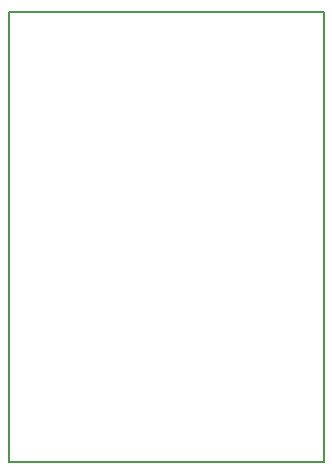
<source format=gm1>
G04 #@! TF.FileFunction,Profile,NP*
%FSLAX46Y46*%
G04 Gerber Fmt 4.6, Leading zero omitted, Abs format (unit mm)*
G04 Created by KiCad (PCBNEW 4.0.6) date Fri Jun 16 13:15:56 2017*
%MOMM*%
%LPD*%
G01*
G04 APERTURE LIST*
%ADD10C,0.100000*%
%ADD11C,0.150000*%
G04 APERTURE END LIST*
D10*
D11*
X36830000Y-60960000D02*
X36830000Y-22860000D01*
X63500000Y-60960000D02*
X36830000Y-60960000D01*
X63500000Y-22860000D02*
X63500000Y-60960000D01*
X36830000Y-22860000D02*
X63500000Y-22860000D01*
M02*

</source>
